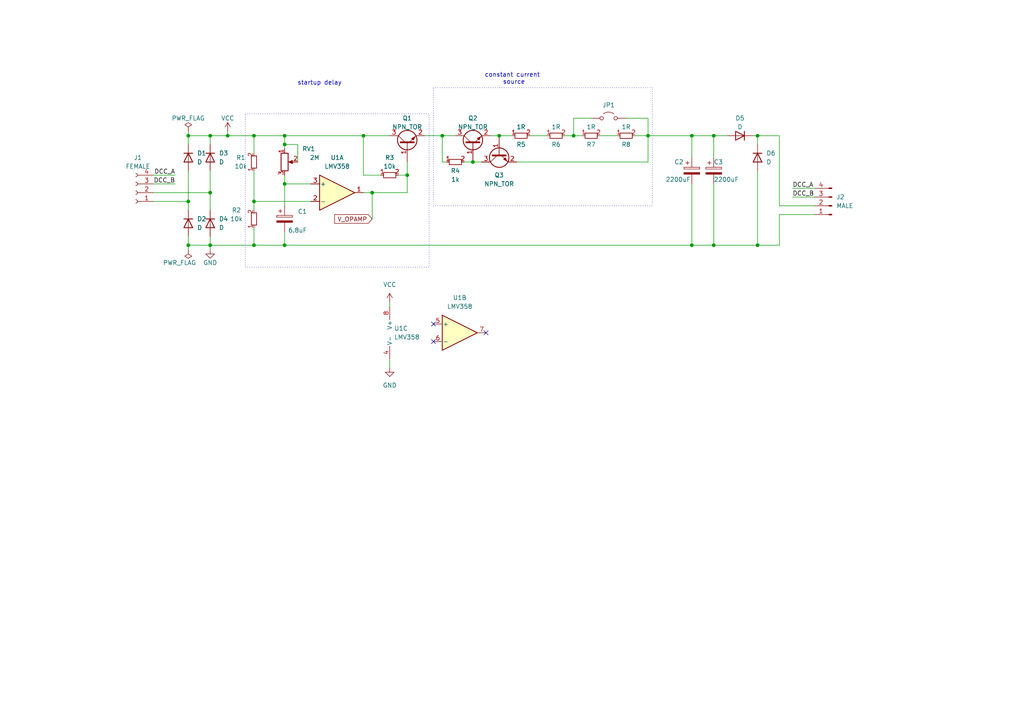
<source format=kicad_sch>
(kicad_sch (version 20231120) (generator "eeschema") (generator_version "8.0")
  (paper "A4")
  (lib_symbols
    (symbol "Amplifier_Operational:LMV358" (pin_names (offset 0.127))
      (property "Reference" "U" (at 0 5.08 0))
      (property "Value" "LMV358" (at 0 -5.08 0))
      (symbol "LMV358_1_1"
        (polyline (pts (xy -5.08 5.08) (xy 5.08 0) (xy -5.08 -5.08) (xy -5.08 5.08)) (stroke (width 0.254)) (fill (type background)))
        (pin output line (at 7.62 0 180) (length 2.54) (name "~") (number "1"))
        (pin input line (at -7.62 -2.54 0) (length 2.54) (name "-") (number "2"))
        (pin input line (at -7.62 2.54 0) (length 2.54) (name "+") (number "3"))
      )
      (symbol "LMV358_2_1"
        (polyline (pts (xy -5.08 5.08) (xy 5.08 0) (xy -5.08 -5.08) (xy -5.08 5.08)) (stroke (width 0.254)) (fill (type background)))
        (pin input line (at -7.62 2.54 0) (length 2.54) (name "+") (number "5"))
        (pin input line (at -7.62 -2.54 0) (length 2.54) (name "-") (number "6"))
        (pin output line (at 7.62 0 180) (length 2.54) (name "~") (number "7"))
      )
      (symbol "LMV358_3_1"
        (pin power_in line (at -2.54 -7.62 90) (length 3.81) (name "V-") (number "4"))
        (pin power_in line (at -2.54 7.62 270) (length 3.81) (name "V+") (number "8"))
      )
    )
    (symbol "Device:C_Polarized" (pin_numbers hide) (pin_names (offset 0.254))
      (property "Reference" "C" (at 0.635 2.54 0))
      (property "Value" "C_Polarized" (at 0.635 -2.54 0))
      (symbol "C_Polarized_0_1"
        (rectangle (start -2.286 0.508) (end 2.286 1.016))
        (polyline (pts (xy -1.778 2.286) (xy -0.762 2.286)))
        (polyline (pts (xy -1.27 2.794) (xy -1.27 1.778)))
        (rectangle (start 2.286 -0.508) (end -2.286 -1.016) (fill (type outline)))
      )
      (symbol "C_Polarized_1_1"
        (pin passive line (at 0 3.81 270) (length 2.794) (name "~") (number "1"))
        (pin passive line (at 0 -3.81 90) (length 2.794) (name "~") (number "2"))
      )
    )
    (symbol "Device:R_Potentiometer" (pin_names (offset 1.016) hide)
      (property "Reference" "RV" (at -4.445 0 90))
      (property "Value" "R_Potentiometer" (at -2.54 0 90))
      (symbol "R_Potentiometer_0_1"
        (polyline (pts (xy 2.54 0) (xy 1.524 0)))
        (polyline (pts (xy 1.143 0) (xy 2.286 0.508) (xy 2.286 -0.508) (xy 1.143 0)) (fill (type outline)))
        (rectangle (start 1.016 2.54) (end -1.016 -2.54) (stroke (width 0.254)))
      )
      (symbol "R_Potentiometer_1_1"
        (pin passive line (at 0 3.81 270) (length 1.27) (name "1") (number "1"))
        (pin passive line (at 3.81 0 180) (length 1.27) (name "2") (number "2"))
        (pin passive line (at 0 -3.81 90) (length 1.27) (name "3") (number "3"))
      )
    )
    (symbol "Jumper:Jumper_2_Open" (pin_numbers hide) (pin_names (offset 0) hide) (exclude_from_sim yes)
      (property "Reference" "JP" (at 0 2.794 0))
      (property "Value" "Jumper_2_Open" (at 0 -2.286 0))
      (symbol "Jumper_2_Open_0_0"
        (circle (center -2.032 0) (radius 0.508))
        (circle (center 2.032 0) (radius 0.508))
      )
      (symbol "Jumper_2_Open_0_1"
        (arc (start 1.524 1.27) (mid 0 1.778) (end -1.524 1.27))
      )
      (symbol "Jumper_2_Open_1_1"
        (pin passive line (at -5.08 0 0) (length 2.54) (name "A") (number "1"))
        (pin passive line (at 5.08 0 180) (length 2.54) (name "B") (number "2"))
      )
    )
    (symbol "custom_kicad_lib_sk:NPN_TOR" (pin_names (offset 0) hide)
      (property "Reference" "Q" (at 5.08 1.905 0))
      (property "Value" "NPN_TOR" (at 5.08 0 0))
      (symbol "NPN_TOR_0_1"
        (polyline (pts (xy 0.635 0.635) (xy 2.54 2.54)))
        (polyline (pts (xy 0.635 -0.635) (xy 2.54 -2.54) (xy 2.54 -2.54)))
        (polyline (pts (xy 0.635 1.905) (xy 0.635 -1.905) (xy 0.635 -1.905)) (stroke (width 0.508)))
        (polyline (pts (xy 1.27 -1.778) (xy 1.778 -1.27) (xy 2.286 -2.286) (xy 1.27 -1.778) (xy 1.27 -1.778)) (fill (type outline)))
        (circle (center 1.27 0) (radius 2.8194) (stroke (width 0.254)))
      )
      (symbol "NPN_TOR_1_1"
        (pin input line (at -5.08 0 0) (length 5.715) (name "B") (number "1"))
        (pin passive line (at 2.54 -5.08 90) (length 2.54) (name "E") (number "2"))
        (pin passive line (at 2.54 5.08 270) (length 2.54) (name "C") (number "3"))
      )
    )
    (symbol "custom_kicad_lib_sk:SS54" (pin_numbers hide) (pin_names (offset 1.016) hide)
      (property "Reference" "D" (at 0 2.54 0))
      (property "Value" "D" (at 0 -1.27 0))
      (symbol "SS54_0_1"
        (polyline (pts (xy -1.27 2.54) (xy -1.27 0)) (stroke (width 0.254)))
        (polyline (pts (xy 1.27 1.27) (xy -1.27 1.27)))
        (polyline (pts (xy 1.27 2.54) (xy 1.27 0) (xy -1.27 1.27) (xy 1.27 2.54)) (stroke (width 0.254)))
      )
      (symbol "SS54_1_1"
        (pin passive line (at -3.81 1.27 0) (length 2.54) (name "K") (number "1"))
        (pin passive line (at 3.81 1.27 180) (length 2.54) (name "A") (number "2"))
      )
    )
    (symbol "custom_kicad_lib_sk:connector_3.50mm_4P_horizontal_FEMALE" (pin_names (offset 1.016) hide)
      (property "Reference" "J" (at 0 5.08 0))
      (property "Value" "FEMALE" (at 0 -7.62 0))
      (symbol "connector_3.50mm_4P_horizontal_FEMALE_1_1"
        (arc (start 0 -4.572) (mid -0.5058 -5.08) (end 0 -5.588) (stroke (width 0.1524)))
        (arc (start 0 -2.032) (mid -0.5058 -2.54) (end 0 -3.048) (stroke (width 0.1524)))
        (polyline (pts (xy -1.27 -5.08) (xy -0.508 -5.08)) (stroke (width 0.1524)))
        (polyline (pts (xy -1.27 -2.54) (xy -0.508 -2.54)) (stroke (width 0.1524)))
        (polyline (pts (xy -1.27 0) (xy -0.508 0)) (stroke (width 0.1524)))
        (polyline (pts (xy -1.27 2.54) (xy -0.508 2.54)) (stroke (width 0.1524)))
        (arc (start 0 0.508) (mid -0.5058 0) (end 0 -0.508) (stroke (width 0.1524)))
        (arc (start 0 3.048) (mid -0.5058 2.54) (end 0 2.032) (stroke (width 0.1524)))
        (pin passive line (at -5.08 2.54 0) (length 3.81) (name "Pin_1") (number "1"))
        (pin passive line (at -5.08 0 0) (length 3.81) (name "Pin_2") (number "2"))
        (pin passive line (at -5.08 -2.54 0) (length 3.81) (name "Pin_3") (number "3"))
        (pin passive line (at -5.08 -5.08 0) (length 3.81) (name "Pin_4") (number "4"))
      )
    )
    (symbol "custom_kicad_lib_sk:connector_3.50mm_4P_horizontal_MALE" (pin_names (offset 1.016) hide)
      (property "Reference" "J" (at 0 5.08 0))
      (property "Value" "MALE" (at 0 -7.62 0))
      (symbol "connector_3.50mm_4P_horizontal_MALE_1_1"
        (rectangle (start -4.2164 -4.953) (end -5.08 -5.207) (stroke (width 0.1524)) (fill (type outline)))
        (rectangle (start -4.2164 -2.413) (end -5.08 -2.667) (stroke (width 0.1524)) (fill (type outline)))
        (rectangle (start -4.2164 0.127) (end -5.08 -0.127) (stroke (width 0.1524)) (fill (type outline)))
        (rectangle (start -4.2164 2.667) (end -5.08 2.413) (stroke (width 0.1524)) (fill (type outline)))
        (polyline (pts (xy -3.81 -5.08) (xy -4.2164 -5.08)) (stroke (width 0.1524)))
        (polyline (pts (xy -3.81 -2.54) (xy -4.2164 -2.54)) (stroke (width 0.1524)))
        (polyline (pts (xy -3.81 0) (xy -4.2164 0)) (stroke (width 0.1524)))
        (polyline (pts (xy -3.81 2.54) (xy -4.2164 2.54)) (stroke (width 0.1524)))
        (pin passive line (at 0 2.54 180) (length 3.81) (name "Pin_1") (number "1"))
        (pin passive line (at 0 0 180) (length 3.81) (name "Pin_2") (number "2"))
        (pin passive line (at 0 -2.54 180) (length 3.81) (name "Pin_3") (number "3"))
        (pin passive line (at 0 -5.08 180) (length 3.81) (name "Pin_4") (number "4"))
      )
    )
    (symbol "power:GND" (power) (pin_numbers hide) (pin_names (offset 0) hide)
      (property "Value" "GND" (at 0 -3.81 0))
      (symbol "GND_0_1"
        (polyline (pts (xy 0 0) (xy 0 -1.27) (xy 1.27 -1.27) (xy 0 -2.54) (xy -1.27 -1.27) (xy 0 -1.27)))
      )
      (symbol "GND_1_1"
        (pin power_in line (at 0 0 270) (length 0) (name "~") (number "1"))
      )
    )
    (symbol "power:PWR_FLAG" (power) (pin_numbers hide) (pin_names (offset 0) hide)
      (property "Value" "PWR_FLAG" (at 0 3.81 0))
      (symbol "PWR_FLAG_0_0"
        (pin power_out line (at 0 0 90) (length 0) (name "~") (number "1"))
      )
      (symbol "PWR_FLAG_0_1"
        (polyline (pts (xy 0 0) (xy 0 1.27) (xy -1.016 1.905) (xy 0 2.54) (xy 1.016 1.905) (xy 0 1.27)))
      )
    )
    (symbol "power:VCC" (power) (pin_numbers hide) (pin_names (offset 0) hide)
      (property "Value" "VCC" (at 0 3.556 0))
      (symbol "VCC_0_1"
        (polyline (pts (xy -0.762 1.27) (xy 0 2.54)))
        (polyline (pts (xy 0 0) (xy 0 2.54)))
        (polyline (pts (xy 0 2.54) (xy 0.762 1.27)))
      )
      (symbol "VCC_1_1"
        (pin power_in line (at 0 0 90) (length 0) (name "~") (number "1"))
      )
    )
    (symbol "resistors_0805:R_10k_0805"
      (property "Reference" "R" (at 1.27 2.54 0))
      (property "Value" "10k" (at 2.54 -2.54 0))
      (symbol "R_10k_0805_0_1"
        (rectangle (start -0.762 1.778) (end 0.762 -1.778) (stroke (width 0.2032)))
      )
      (symbol "R_10k_0805_1_1"
        (pin passive line (at 0 2.54 270) (length 0.762) (name "~") (number "1"))
        (pin passive line (at 0 -2.54 90) (length 0.762) (name "~") (number "2"))
      )
    )
    (symbol "resistors_0805:R_1k_0805"
      (property "Reference" "R" (at 1.27 2.54 0))
      (property "Value" "1k" (at 2.54 -2.54 0))
      (symbol "R_1k_0805_0_1"
        (rectangle (start -0.762 1.778) (end 0.762 -1.778) (stroke (width 0.2032)))
      )
      (symbol "R_1k_0805_1_1"
        (pin passive line (at 0 2.54 270) (length 0.762) (name "~") (number "1"))
        (pin passive line (at 0 -2.54 90) (length 0.762) (name "~") (number "2"))
      )
    )
  )
  (junction (at 200.66 71.12))
  (junction (at 219.71 71.12))
  (junction (at 219.71 39.37))
  (junction (at 54.61 39.37))
  (junction (at 66.04 39.37))
  (junction (at 128.27 39.37))
  (junction (at 73.66 39.37))
  (junction (at 73.66 71.12))
  (junction (at 73.66 58.42))
  (junction (at 60.96 39.37))
  (junction (at 60.96 55.88))
  (junction (at 207.01 39.37))
  (junction (at 82.55 41.91))
  (junction (at 137.16 46.99))
  (junction (at 200.66 39.37))
  (junction (at 82.55 39.37))
  (junction (at 60.96 71.12))
  (junction (at 187.96 39.37))
  (junction (at 107.95 55.88))
  (junction (at 82.55 71.12))
  (junction (at 118.11 50.8))
  (junction (at 166.37 39.37))
  (junction (at 207.01 71.12))
  (junction (at 105.41 39.37))
  (junction (at 144.78 39.37))
  (junction (at 54.61 58.42))
  (junction (at 54.61 71.12))
  (junction (at 82.55 53.34))
  (no_connect (at 140.97 96.52))
  (no_connect (at 125.73 93.98))
  (no_connect (at 125.73 99.06))
  (wire (pts (xy 60.96 49.53) (xy 60.96 55.88)))
  (wire (pts (xy 200.66 71.12) (xy 207.01 71.12)))
  (wire (pts (xy 163.83 39.37) (xy 166.37 39.37)))
  (wire (pts (xy 187.96 46.99) (xy 187.96 39.37)))
  (wire (pts (xy 207.01 39.37) (xy 207.01 45.72)))
  (wire (pts (xy 207.01 53.34) (xy 207.01 71.12)))
  (wire (pts (xy 207.01 39.37) (xy 210.82 39.37)))
  (wire (pts (xy 219.71 49.53) (xy 219.71 71.12)))
  (wire (pts (xy 200.66 53.34) (xy 200.66 71.12)))
  (wire (pts (xy 118.11 55.88) (xy 118.11 50.8)))
  (wire (pts (xy 44.45 58.42) (xy 54.61 58.42)))
  (wire (pts (xy 118.11 50.8) (xy 118.11 46.99)))
  (wire (pts (xy 44.45 53.34) (xy 50.8 53.34)))
  (wire (pts (xy 60.96 39.37) (xy 60.96 41.91)))
  (wire (pts (xy 218.44 39.37) (xy 219.71 39.37)))
  (wire (pts (xy 73.66 49.53) (xy 73.66 58.42)))
  (wire (pts (xy 123.19 39.37) (xy 128.27 39.37)))
  (wire (pts (xy 66.04 38.1) (xy 66.04 39.37)))
  (wire (pts (xy 134.62 46.99) (xy 137.16 46.99)))
  (wire (pts (xy 166.37 34.29) (xy 166.37 39.37)))
  (wire (pts (xy 82.55 50.8) (xy 82.55 53.34)))
  (wire (pts (xy 128.27 46.99) (xy 129.54 46.99)))
  (wire (pts (xy 107.95 63.5) (xy 107.95 55.88)))
  (wire (pts (xy 142.24 39.37) (xy 144.78 39.37)))
  (wire (pts (xy 187.96 39.37) (xy 200.66 39.37)))
  (wire (pts (xy 226.06 62.23) (xy 236.22 62.23)))
  (wire (pts (xy 148.59 39.37) (xy 144.78 39.37)))
  (wire (pts (xy 86.36 46.99) (xy 86.36 41.91)))
  (wire (pts (xy 173.99 39.37) (xy 179.07 39.37)))
  (wire (pts (xy 128.27 39.37) (xy 132.08 39.37)))
  (wire (pts (xy 219.71 39.37) (xy 226.06 39.37)))
  (wire (pts (xy 73.66 58.42) (xy 73.66 60.96)))
  (wire (pts (xy 54.61 39.37) (xy 54.61 38.1)))
  (wire (pts (xy 226.06 71.12) (xy 226.06 62.23)))
  (wire (pts (xy 113.03 104.14) (xy 113.03 106.68)))
  (wire (pts (xy 153.67 39.37) (xy 158.75 39.37)))
  (wire (pts (xy 219.71 71.12) (xy 226.06 71.12)))
  (wire (pts (xy 219.71 39.37) (xy 219.71 41.91)))
  (wire (pts (xy 207.01 71.12) (xy 219.71 71.12)))
  (wire (pts (xy 54.61 71.12) (xy 60.96 71.12)))
  (wire (pts (xy 137.16 46.99) (xy 139.7 46.99)))
  (wire (pts (xy 82.55 41.91) (xy 82.55 43.18)))
  (wire (pts (xy 200.66 39.37) (xy 200.66 45.72)))
  (wire (pts (xy 226.06 59.69) (xy 226.06 39.37)))
  (wire (pts (xy 236.22 59.69) (xy 226.06 59.69)))
  (wire (pts (xy 105.41 39.37) (xy 113.03 39.37)))
  (wire (pts (xy 73.66 58.42) (xy 90.17 58.42)))
  (wire (pts (xy 187.96 39.37) (xy 184.15 39.37)))
  (wire (pts (xy 107.95 55.88) (xy 118.11 55.88)))
  (wire (pts (xy 236.22 57.15) (xy 229.87 57.15)))
  (wire (pts (xy 187.96 34.29) (xy 181.61 34.29)))
  (wire (pts (xy 187.96 34.29) (xy 187.96 39.37)))
  (wire (pts (xy 105.41 50.8) (xy 110.49 50.8)))
  (wire (pts (xy 54.61 58.42) (xy 54.61 60.96)))
  (wire (pts (xy 86.36 41.91) (xy 82.55 41.91)))
  (wire (pts (xy 73.66 39.37) (xy 82.55 39.37)))
  (wire (pts (xy 82.55 53.34) (xy 82.55 59.69)))
  (wire (pts (xy 128.27 39.37) (xy 128.27 46.99)))
  (wire (pts (xy 166.37 39.37) (xy 168.91 39.37)))
  (wire (pts (xy 105.41 55.88) (xy 107.95 55.88)))
  (wire (pts (xy 82.55 71.12) (xy 200.66 71.12)))
  (wire (pts (xy 105.41 50.8) (xy 105.41 39.37)))
  (wire (pts (xy 44.45 55.88) (xy 60.96 55.88)))
  (wire (pts (xy 82.55 39.37) (xy 82.55 41.91)))
  (wire (pts (xy 113.03 87.63) (xy 113.03 88.9)))
  (wire (pts (xy 60.96 71.12) (xy 60.96 72.39)))
  (wire (pts (xy 60.96 39.37) (xy 66.04 39.37)))
  (wire (pts (xy 54.61 39.37) (xy 60.96 39.37)))
  (wire (pts (xy 73.66 39.37) (xy 73.66 44.45)))
  (wire (pts (xy 54.61 71.12) (xy 54.61 72.39)))
  (wire (pts (xy 54.61 39.37) (xy 54.61 41.91)))
  (wire (pts (xy 82.55 67.31) (xy 82.55 71.12)))
  (wire (pts (xy 54.61 68.58) (xy 54.61 71.12)))
  (wire (pts (xy 60.96 71.12) (xy 73.66 71.12)))
  (wire (pts (xy 149.86 46.99) (xy 187.96 46.99)))
  (wire (pts (xy 60.96 68.58) (xy 60.96 71.12)))
  (wire (pts (xy 66.04 39.37) (xy 73.66 39.37)))
  (wire (pts (xy 200.66 39.37) (xy 207.01 39.37)))
  (wire (pts (xy 54.61 49.53) (xy 54.61 58.42)))
  (wire (pts (xy 73.66 66.04) (xy 73.66 71.12)))
  (wire (pts (xy 171.45 34.29) (xy 166.37 34.29)))
  (wire (pts (xy 44.45 50.8) (xy 50.8 50.8)))
  (wire (pts (xy 73.66 71.12) (xy 82.55 71.12)))
  (wire (pts (xy 236.22 54.61) (xy 229.87 54.61)))
  (wire (pts (xy 82.55 39.37) (xy 105.41 39.37)))
  (wire (pts (xy 82.55 53.34) (xy 90.17 53.34)))
  (wire (pts (xy 115.57 50.8) (xy 118.11 50.8)))
  (wire (pts (xy 60.96 55.88) (xy 60.96 60.96)))
  (rectangle (start 71.12 33.02) (end 124.46 77.47) (stroke (width 0) (type dot)))
  (rectangle (start 125.73 25.4) (end 189.23 59.69) (stroke (width 0) (type dot)))
  (text "startup delay" (at 92.71 24.13 0) (effects (font (size 1.27 1.27))))
  (text "constant current\n source" (at 148.59 22.86 0) (effects (font (size 1.27 1.27))))
  (label "DCC_B" (at 229.87 57.15 0))
  (label "DCC_A" (at 50.8 50.8 180))
  (label "DCC_A" (at 229.87 54.61 0))
  (label "DCC_B" (at 50.8 53.34 180))
  (global_label "V_OPAMP" (shape input) (at 107.95 63.5 180) (property "Intersheetrefs" "${INTERSHEET_REFS}" (effects (hide yes))))
  (symbol (lib_id "resistors_0805:R_10k_0805") (at 113.03 50.8 90) (unit 1)
    (property "Reference" "R3" (at 113.03 45.72 90))
    (property "Value" "10k" (at 113.03 48.26 90))
    (property "Footprint" "custom_kicad_lib_sk:R_0805_handsolder-smalltext" (effects (hide yes)))
    (property "JLCPCB Part#" "C17414" (effects (hide yes)))
  )
  (symbol (lib_id "custom_kicad_lib_sk:NPN_TOR") (at 137.16 41.91 90) (unit 1)
    (property "Reference" "Q2" (at 137.16 34.29 90))
    (property "Value" "NPN_TOR" (at 137.16 36.83 90))
    (property "Footprint" "Package_TO_SOT_SMD:SOT-23" (effects (hide yes)))
    (property "Description" "0.6A Ic, 160V Vce, NPN Transistor, SOT-23" (effects (hide yes)))
    (property "JLCPCB Part#" "C2145" (effects (hide yes)))
  )
  (symbol (lib_id "resistors_0805:R_10k_0805") (at 151.13 39.37 90) (unit 1)
    (property "Reference" "R5" (at 151.13 41.91 90))
    (property "Value" "1R" (at 151.13 36.83 90))
    (property "Footprint" "Resistor_SMD:R_1206_3216Metric" (effects (hide yes)))
    (property "JLCPCB Part#" "C17928" (effects (hide yes)))
  )
  (symbol (lib_id "Jumper:Jumper_2_Open") (at 176.53 34.29 0) (unit 1) (exclude_from_sim yes)
    (property "Reference" "JP1" (at 176.53 30.48 0))
    (property "Value" "Jumper_2_Open" (effects (hide yes)))
    (property "Footprint" "Jumper:SolderJumper-2_P1.3mm_Open_RoundedPad1.0x1.5mm" (effects (hide yes)))
    (property "Description" "Jumper, 2-pole, open" (effects (hide yes)))
  )
  (symbol (lib_id "custom_kicad_lib_sk:NPN_TOR") (at 144.78 44.45 90) (mirror x) (unit 1)
    (property "Reference" "Q3" (at 144.78 50.8 90))
    (property "Value" "NPN_TOR" (at 144.78 53.34 90))
    (property "Footprint" "Package_TO_SOT_SMD:SOT-23" (effects (hide yes)))
    (property "Description" "0.6A Ic, 160V Vce, NPN Transistor, SOT-23" (effects (hide yes)))
    (property "JLCPCB Part#" "C2145" (effects (hide yes)))
  )
  (symbol (lib_id "power:GND") (at 113.03 106.68 0) (unit 1)
    (property "Reference" "#PWR04" (effects (hide yes)))
    (property "Value" "GND" (at 113.03 111.76 0))
    (property "Description" "Power symbol creates a global label with name \"GND\" , ground" (effects (hide yes)))
  )
  (symbol (lib_id "resistors_0805:R_10k_0805") (at 181.61 39.37 90) (unit 1)
    (property "Reference" "R8" (at 181.61 41.91 90))
    (property "Value" "1R" (at 181.61 36.83 90))
    (property "Footprint" "Resistor_SMD:R_1206_3216Metric" (effects (hide yes)))
    (property "JLCPCB Part#" "C17928" (effects (hide yes)))
  )
  (symbol (lib_id "Device:R_Potentiometer") (at 82.55 46.99 0) (unit 1)
    (property "Reference" "RV1" (at 91.44 43.18 0) (effects (justify right)))
    (property "Value" "2M" (at 92.71 45.72 0) (effects (justify right)))
    (property "Footprint" "Potentiometer_SMD:Potentiometer_Bourns_3314J_Vertical" (effects (hide yes)))
    (property "Description" "Potentiometer" (effects (hide yes)))
    (property "JLCPCB Part#" "C124644" (effects (hide yes)))
  )
  (symbol (lib_id "custom_kicad_lib_sk:SS54") (at 53.34 64.77 270) (unit 1)
    (property "Reference" "D2" (at 57.15 63.4999 90) (effects (justify left)))
    (property "Value" "D" (at 57.15 66.0399 90) (effects (justify left)))
    (property "Footprint" "Diode_SMD:D_SMA" (effects (hide yes)))
    (property "Description" "Diode" (effects (hide yes)))
    (property "Sim.Device" "D" (effects (hide yes)))
    (property "Sim.Pins" "1=K 2=A" (effects (hide yes)))
    (property "JLCPCB Part#" "C22452" (effects (hide yes)))
  )
  (symbol (lib_id "power:VCC") (at 113.03 87.63 0) (unit 1)
    (property "Reference" "#PWR03" (effects (hide yes)))
    (property "Value" "VCC" (at 113.03 82.55 0))
    (property "Description" "Power symbol creates a global label with name \"VCC\"" (effects (hide yes)))
  )
  (symbol (lib_id "resistors_0805:R_10k_0805") (at 161.29 39.37 90) (unit 1)
    (property "Reference" "R6" (at 161.29 41.91 90))
    (property "Value" "1R" (at 161.29 36.83 90))
    (property "Footprint" "Resistor_SMD:R_1206_3216Metric" (effects (hide yes)))
    (property "JLCPCB Part#" "C17928" (effects (hide yes)))
  )
  (symbol (lib_id "resistors_0805:R_1k_0805") (at 132.08 46.99 90) (unit 1)
    (property "Reference" "R4" (at 132.08 49.53 90))
    (property "Value" "1k" (at 132.08 52.07 90))
    (property "Footprint" "custom_kicad_lib_sk:R_0805_handsolder-smalltext" (effects (hide yes)))
    (property "JLCPCB Part#" "C17513" (effects (hide yes)))
  )
  (symbol (lib_id "power:GND") (at 60.96 72.39 0) (unit 1)
    (property "Reference" "#PWR01" (effects (hide yes)))
    (property "Value" "GND" (at 60.96 76.2 0))
    (property "Description" "Power symbol creates a global label with name \"GND\" , ground" (effects (hide yes)))
  )
  (symbol (lib_id "custom_kicad_lib_sk:SS54") (at 214.63 38.1 180) (unit 1)
    (property "Reference" "D5" (at 214.63 34.29 0))
    (property "Value" "D" (at 214.63 36.83 0))
    (property "Footprint" "Diode_SMD:D_SMA" (effects (hide yes)))
    (property "Description" "Diode" (effects (hide yes)))
    (property "Sim.Device" "D" (effects (hide yes)))
    (property "Sim.Pins" "1=K 2=A" (effects (hide yes)))
    (property "JLCPCB Part#" "C22452" (effects (hide yes)))
  )
  (symbol (lib_id "custom_kicad_lib_sk:connector_3.50mm_4P_horizontal_MALE") (at 236.22 59.69 180) (unit 1)
    (property "Reference" "J2" (at 242.57 57.1499 0) (effects (justify right)))
    (property "Value" "MALE" (at 242.57 59.6899 0) (effects (justify right)))
    (property "Footprint" "custom_kicad_lib_sk:connector_3.50mm_4P horizontal_MALE" (effects (hide yes)))
    (property "Description" "Generic connector, single row, 01x04, script generated" (effects (hide yes)))
  )
  (symbol (lib_id "custom_kicad_lib_sk:SS54") (at 59.69 64.77 270) (unit 1)
    (property "Reference" "D4" (at 63.5 63.4999 90) (effects (justify left)))
    (property "Value" "D" (at 63.5 66.0399 90) (effects (justify left)))
    (property "Footprint" "Diode_SMD:D_SMA" (effects (hide yes)))
    (property "Description" "Diode" (effects (hide yes)))
    (property "Sim.Device" "D" (effects (hide yes)))
    (property "Sim.Pins" "1=K 2=A" (effects (hide yes)))
    (property "JLCPCB Part#" "C22452" (effects (hide yes)))
  )
  (symbol (lib_id "Device:C_Polarized") (at 207.01 49.53 0) (unit 1)
    (property "Reference" "C3" (at 207.01 46.99 0) (effects (justify left)))
    (property "Value" "2200uF" (at 207.01 52.07 0) (effects (justify left)))
    (property "Footprint" "Capacitor_SMD:CP_Elec_18x17.5" (effects (hide yes)))
    (property "JLCPCB Part#" "C249505" (effects (hide yes)))
  )
  (symbol (lib_id "Amplifier_Operational:LMV358") (at 97.79 55.88 0) (unit 1)
    (property "Reference" "U1" (at 97.79 45.72 0))
    (property "Value" "LMV358" (at 97.79 48.26 0))
    (property "Footprint" "Package_SO:SOIC-8_3.9x4.9mm_P1.27mm" (effects (hide yes)))
    (property "Datasheet" "http://www.ti.com/lit/ds/symlink/lmv324.pdf" (effects (hide yes)))
    (property "Description" "Dual Low-Voltage Rail-to-Rail Output Operational Amplifiers, SOIC-8/SSOP-8" (effects (hide yes)))
    (property "JLCPCB Part#" "C63813" (effects (hide yes)))
  )
  (symbol (lib_id "custom_kicad_lib_sk:SS54") (at 53.34 45.72 270) (unit 1)
    (property "Reference" "D1" (at 57.15 44.4499 90) (effects (justify left)))
    (property "Value" "D" (at 57.15 46.9899 90) (effects (justify left)))
    (property "Footprint" "Diode_SMD:D_SMA" (effects (hide yes)))
    (property "Description" "Diode" (effects (hide yes)))
    (property "Sim.Device" "D" (effects (hide yes)))
    (property "Sim.Pins" "1=K 2=A" (effects (hide yes)))
    (property "JLCPCB Part#" "C22452" (effects (hide yes)))
  )
  (symbol (lib_id "custom_kicad_lib_sk:connector_3.50mm_4P_horizontal_FEMALE") (at 39.37 55.88 180) (unit 1)
    (property "Reference" "J1" (at 40.005 45.72 0))
    (property "Value" "FEMALE" (at 40.005 48.26 0))
    (property "Footprint" "Connector_Phoenix_MC:PhoenixContact_MC_1,5_4-G-3.5_1x04_P3.50mm_Horizontal" (effects (hide yes)))
    (property "Description" "Generic connector, single row, 01x04, script generated" (effects (hide yes)))
  )
  (symbol (lib_id "Amplifier_Operational:LMV358") (at 115.57 96.52 0) (unit 3)
    (property "Reference" "U1" (at 114.3 95.2499 0) (effects (justify left)))
    (property "Value" "LMV358" (at 114.3 97.7899 0) (effects (justify left)))
    (property "Footprint" "Package_SO:SOIC-8_3.9x4.9mm_P1.27mm" (effects (hide yes)))
    (property "Datasheet" "http://www.ti.com/lit/ds/symlink/lmv324.pdf" (effects (hide yes)))
    (property "Description" "Dual Low-Voltage Rail-to-Rail Output Operational Amplifiers, SOIC-8/SSOP-8" (effects (hide yes)))
    (property "JLCPCB Part#" "C63813" (effects (hide yes)))
  )
  (symbol (lib_id "Device:C_Polarized") (at 82.55 63.5 0) (unit 1)
    (property "Reference" "C1" (at 86.36 61.341 0) (effects (justify left)))
    (property "Value" "6.8uF" (at 83.566 66.802 0) (effects (justify left)))
    (property "Footprint" "Capacitor_SMD:CP_Elec_4x5.8" (effects (hide yes)))
    (property "Sim.Device" "C" (effects (hide yes)))
    (property "Sim.Pins" "1=+ 2=-" (effects (hide yes)))
    (property "JLCPCB Part#" "C413536" (effects (hide yes)))
  )
  (symbol (lib_id "Device:C_Polarized") (at 200.66 49.53 0) (unit 1)
    (property "Reference" "C2" (at 195.58 46.99 0) (effects (justify left)))
    (property "Value" "2200uF" (at 193.04 52.07 0) (effects (justify left)))
    (property "Footprint" "Capacitor_SMD:CP_Elec_18x17.5" (effects (hide yes)))
    (property "JLCPCB Part#" "C249505" (effects (hide yes)))
  )
  (symbol (lib_id "resistors_0805:R_10k_0805") (at 171.45 39.37 90) (unit 1)
    (property "Reference" "R7" (at 171.45 41.91 90))
    (property "Value" "1R" (at 171.45 36.83 90))
    (property "Footprint" "Resistor_SMD:R_1206_3216Metric" (effects (hide yes)))
    (property "JLCPCB Part#" "C17928" (effects (hide yes)))
  )
  (symbol (lib_id "power:VCC") (at 66.04 38.1 0) (unit 1)
    (property "Reference" "#PWR02" (effects (hide yes)))
    (property "Value" "VCC" (at 66.04 34.29 0))
    (property "Description" "Power symbol creates a global label with name \"VCC\"" (effects (hide yes)))
  )
  (symbol (lib_id "power:PWR_FLAG") (at 54.61 38.1 0) (unit 1)
    (property "Reference" "#FLG01" (effects (hide yes)))
    (property "Value" "PWR_FLAG" (at 54.61 34.29 0))
    (property "Description" "Special symbol for telling ERC where power comes from" (effects (hide yes)))
  )
  (symbol (lib_id "power:PWR_FLAG") (at 54.61 72.39 180) (unit 1)
    (property "Reference" "#FLG02" (effects (hide yes)))
    (property "Value" "PWR_FLAG" (at 52.07 76.2 0))
    (property "Description" "Special symbol for telling ERC where power comes from" (effects (hide yes)))
  )
  (symbol (lib_id "resistors_0805:R_10k_0805") (at 73.66 63.5 180) (unit 1)
    (property "Reference" "R2" (at 68.58 60.96 0))
    (property "Value" "10k" (at 68.58 63.5 0))
    (property "Footprint" "custom_kicad_lib_sk:R_0805_handsolder-smalltext" (effects (hide yes)))
    (property "JLCPCB Part#" "C17414" (effects (hide yes)))
  )
  (symbol (lib_id "custom_kicad_lib_sk:SS54") (at 218.44 45.72 270) (unit 1)
    (property "Reference" "D6" (at 222.25 44.4499 90) (effects (justify left)))
    (property "Value" "D" (at 222.25 46.9899 90) (effects (justify left)))
    (property "Footprint" "Diode_SMD:D_SMA" (effects (hide yes)))
    (property "Description" "Diode" (effects (hide yes)))
    (property "Sim.Device" "D" (effects (hide yes)))
    (property "Sim.Pins" "1=K 2=A" (effects (hide yes)))
    (property "JLCPCB Part#" "C22452" (effects (hide yes)))
  )
  (symbol (lib_id "custom_kicad_lib_sk:SS54") (at 59.69 45.72 270) (unit 1)
    (property "Reference" "D3" (at 63.5 44.4499 90) (effects (justify left)))
    (property "Value" "D" (at 63.5 46.9899 90) (effects (justify left)))
    (property "Footprint" "Diode_SMD:D_SMA" (effects (hide yes)))
    (property "Description" "Diode" (effects (hide yes)))
    (property "Sim.Device" "D" (effects (hide yes)))
    (property "Sim.Pins" "1=K 2=A" (effects (hide yes)))
    (property "JLCPCB Part#" "C22452" (effects (hide yes)))
  )
  (symbol (lib_id "resistors_0805:R_10k_0805") (at 73.66 46.99 180) (unit 1)
    (property "Reference" "R1" (at 69.85 45.72 0))
    (property "Value" "10k" (at 69.85 48.26 0))
    (property "Footprint" "custom_kicad_lib_sk:R_0805_handsolder-smalltext" (effects (hide yes)))
    (property "JLCPCB Part#" "C17414" (effects (hide yes)))
  )
  (symbol (lib_id "custom_kicad_lib_sk:NPN_TOR") (at 118.11 41.91 90) (unit 1)
    (property "Reference" "Q1" (at 118.11 34.29 90))
    (property "Value" "NPN_TOR" (at 118.11 36.83 90))
    (property "Footprint" "Package_TO_SOT_SMD:SOT-23" (effects (hide yes)))
    (property "Description" "0.6A Ic, 160V Vce, NPN Transistor, SOT-23" (effects (hide yes)))
    (property "JLCPCB Part#" "C2145" (effects (hide yes)))
  )
  (symbol (lib_id "Amplifier_Operational:LMV358") (at 133.35 96.52 0) (unit 2)
    (property "Reference" "U1" (at 133.35 86.36 0))
    (property "Value" "LMV358" (at 133.35 88.9 0))
    (property "Footprint" "Package_SO:SOIC-8_3.9x4.9mm_P1.27mm" (effects (hide yes)))
    (property "Datasheet" "http://www.ti.com/lit/ds/symlink/lmv324.pdf" (effects (hide yes)))
    (property "Description" "Dual Low-Voltage Rail-to-Rail Output Operational Amplifiers, SOIC-8/SSOP-8" (effects (hide yes)))
    (property "JLCPCB Part#" "C63813" (effects (hide yes)))
  )
)
</source>
